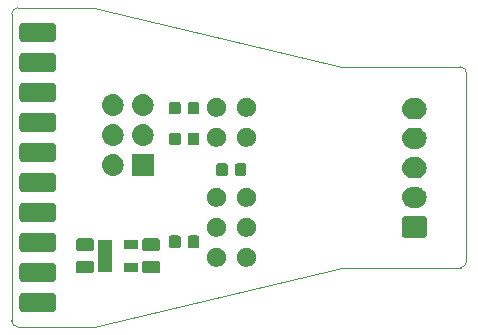
<source format=gbs>
G04 #@! TF.GenerationSoftware,KiCad,Pcbnew,5.1.4+dfsg1-1*
G04 #@! TF.CreationDate,2019-12-02T03:44:51+01:00*
G04 #@! TF.ProjectId,JlinkBreakout,4a6c696e-6b42-4726-9561-6b6f75742e6b,rev?*
G04 #@! TF.SameCoordinates,Original*
G04 #@! TF.FileFunction,Soldermask,Bot*
G04 #@! TF.FilePolarity,Negative*
%FSLAX46Y46*%
G04 Gerber Fmt 4.6, Leading zero omitted, Abs format (unit mm)*
G04 Created by KiCad (PCBNEW 5.1.4+dfsg1-1) date 2019-12-02 03:44:51*
%MOMM*%
%LPD*%
G04 APERTURE LIST*
%ADD10C,0.050000*%
%ADD11C,0.100000*%
G04 APERTURE END LIST*
D10*
X58500000Y-60000000D02*
G75*
G02X58000000Y-59500000I0J500000D01*
G01*
X58000000Y-33500000D02*
G75*
G02X58500000Y-33000000I500000J0D01*
G01*
X96000000Y-38000000D02*
G75*
G02X96500000Y-38500000I0J-500000D01*
G01*
X96500000Y-54500000D02*
G75*
G02X96000000Y-55000000I-500000J0D01*
G01*
X86000000Y-38000000D02*
X65000000Y-33000000D01*
X96000000Y-38000000D02*
X86000000Y-38000000D01*
X96500000Y-54500000D02*
X96500000Y-38500000D01*
X86000000Y-55000000D02*
X96000000Y-55000000D01*
X65000000Y-60000000D02*
X86000000Y-55000000D01*
X65000000Y-33000000D02*
X58500000Y-33000000D01*
X58500000Y-60000000D02*
X65000000Y-60000000D01*
X58000000Y-33500000D02*
X58000000Y-59500000D01*
D11*
G36*
X61473993Y-57124203D02*
G01*
X61538411Y-57143744D01*
X61597781Y-57175478D01*
X61649817Y-57218183D01*
X61692522Y-57270219D01*
X61724256Y-57329589D01*
X61743797Y-57394007D01*
X61751000Y-57467140D01*
X61751000Y-58392860D01*
X61743797Y-58465993D01*
X61724256Y-58530411D01*
X61692522Y-58589781D01*
X61649817Y-58641817D01*
X61597781Y-58684522D01*
X61538411Y-58716256D01*
X61473993Y-58735797D01*
X61400860Y-58743000D01*
X58999140Y-58743000D01*
X58926007Y-58735797D01*
X58861589Y-58716256D01*
X58802219Y-58684522D01*
X58750183Y-58641817D01*
X58707478Y-58589781D01*
X58675744Y-58530411D01*
X58656203Y-58465993D01*
X58649000Y-58392860D01*
X58649000Y-57467140D01*
X58656203Y-57394007D01*
X58675744Y-57329589D01*
X58707478Y-57270219D01*
X58750183Y-57218183D01*
X58802219Y-57175478D01*
X58861589Y-57143744D01*
X58926007Y-57124203D01*
X58999140Y-57117000D01*
X61400860Y-57117000D01*
X61473993Y-57124203D01*
X61473993Y-57124203D01*
G37*
G36*
X61473993Y-54584203D02*
G01*
X61538411Y-54603744D01*
X61597781Y-54635478D01*
X61649817Y-54678183D01*
X61692522Y-54730219D01*
X61724256Y-54789589D01*
X61743797Y-54854007D01*
X61751000Y-54927140D01*
X61751000Y-55852860D01*
X61743797Y-55925993D01*
X61724256Y-55990411D01*
X61692522Y-56049781D01*
X61649817Y-56101817D01*
X61597781Y-56144522D01*
X61538411Y-56176256D01*
X61473993Y-56195797D01*
X61400860Y-56203000D01*
X58999140Y-56203000D01*
X58926007Y-56195797D01*
X58861589Y-56176256D01*
X58802219Y-56144522D01*
X58750183Y-56101817D01*
X58707478Y-56049781D01*
X58675744Y-55990411D01*
X58656203Y-55925993D01*
X58649000Y-55852860D01*
X58649000Y-54927140D01*
X58656203Y-54854007D01*
X58675744Y-54789589D01*
X58707478Y-54730219D01*
X58750183Y-54678183D01*
X58802219Y-54635478D01*
X58861589Y-54603744D01*
X58926007Y-54584203D01*
X58999140Y-54577000D01*
X61400860Y-54577000D01*
X61473993Y-54584203D01*
X61473993Y-54584203D01*
G37*
G36*
X70384468Y-54403565D02*
G01*
X70423138Y-54415296D01*
X70458777Y-54434346D01*
X70490017Y-54459983D01*
X70515654Y-54491223D01*
X70534704Y-54526862D01*
X70546435Y-54565532D01*
X70551000Y-54611888D01*
X70551000Y-55263112D01*
X70546435Y-55309468D01*
X70534704Y-55348138D01*
X70515654Y-55383777D01*
X70490017Y-55415017D01*
X70458777Y-55440654D01*
X70423138Y-55459704D01*
X70384468Y-55471435D01*
X70338112Y-55476000D01*
X69261888Y-55476000D01*
X69215532Y-55471435D01*
X69176862Y-55459704D01*
X69141223Y-55440654D01*
X69109983Y-55415017D01*
X69084346Y-55383777D01*
X69065296Y-55348138D01*
X69053565Y-55309468D01*
X69049000Y-55263112D01*
X69049000Y-54611888D01*
X69053565Y-54565532D01*
X69065296Y-54526862D01*
X69084346Y-54491223D01*
X69109983Y-54459983D01*
X69141223Y-54434346D01*
X69176862Y-54415296D01*
X69215532Y-54403565D01*
X69261888Y-54399000D01*
X70338112Y-54399000D01*
X70384468Y-54403565D01*
X70384468Y-54403565D01*
G37*
G36*
X64784468Y-54403565D02*
G01*
X64823138Y-54415296D01*
X64858777Y-54434346D01*
X64890017Y-54459983D01*
X64915654Y-54491223D01*
X64934704Y-54526862D01*
X64946435Y-54565532D01*
X64951000Y-54611888D01*
X64951000Y-55263112D01*
X64946435Y-55309468D01*
X64934704Y-55348138D01*
X64915654Y-55383777D01*
X64890017Y-55415017D01*
X64858777Y-55440654D01*
X64823138Y-55459704D01*
X64784468Y-55471435D01*
X64738112Y-55476000D01*
X63661888Y-55476000D01*
X63615532Y-55471435D01*
X63576862Y-55459704D01*
X63541223Y-55440654D01*
X63509983Y-55415017D01*
X63484346Y-55383777D01*
X63465296Y-55348138D01*
X63453565Y-55309468D01*
X63449000Y-55263112D01*
X63449000Y-54611888D01*
X63453565Y-54565532D01*
X63465296Y-54526862D01*
X63484346Y-54491223D01*
X63509983Y-54459983D01*
X63541223Y-54434346D01*
X63576862Y-54415296D01*
X63615532Y-54403565D01*
X63661888Y-54399000D01*
X64738112Y-54399000D01*
X64784468Y-54403565D01*
X64784468Y-54403565D01*
G37*
G36*
X66481000Y-55326000D02*
G01*
X65319000Y-55326000D01*
X65319000Y-52674000D01*
X66481000Y-52674000D01*
X66481000Y-55326000D01*
X66481000Y-55326000D01*
G37*
G36*
X68681000Y-55326000D02*
G01*
X67519000Y-55326000D01*
X67519000Y-54574000D01*
X68681000Y-54574000D01*
X68681000Y-55326000D01*
X68681000Y-55326000D01*
G37*
G36*
X78107142Y-53338242D02*
G01*
X78255101Y-53399529D01*
X78388255Y-53488499D01*
X78501501Y-53601745D01*
X78590471Y-53734899D01*
X78651758Y-53882858D01*
X78683000Y-54039925D01*
X78683000Y-54200075D01*
X78651758Y-54357142D01*
X78590471Y-54505101D01*
X78501501Y-54638255D01*
X78388255Y-54751501D01*
X78255101Y-54840471D01*
X78107142Y-54901758D01*
X77950075Y-54933000D01*
X77789925Y-54933000D01*
X77632858Y-54901758D01*
X77484899Y-54840471D01*
X77351745Y-54751501D01*
X77238499Y-54638255D01*
X77149529Y-54505101D01*
X77088242Y-54357142D01*
X77057000Y-54200075D01*
X77057000Y-54039925D01*
X77088242Y-53882858D01*
X77149529Y-53734899D01*
X77238499Y-53601745D01*
X77351745Y-53488499D01*
X77484899Y-53399529D01*
X77632858Y-53338242D01*
X77789925Y-53307000D01*
X77950075Y-53307000D01*
X78107142Y-53338242D01*
X78107142Y-53338242D01*
G37*
G36*
X75567142Y-53338242D02*
G01*
X75715101Y-53399529D01*
X75848255Y-53488499D01*
X75961501Y-53601745D01*
X76050471Y-53734899D01*
X76111758Y-53882858D01*
X76143000Y-54039925D01*
X76143000Y-54200075D01*
X76111758Y-54357142D01*
X76050471Y-54505101D01*
X75961501Y-54638255D01*
X75848255Y-54751501D01*
X75715101Y-54840471D01*
X75567142Y-54901758D01*
X75410075Y-54933000D01*
X75249925Y-54933000D01*
X75092858Y-54901758D01*
X74944899Y-54840471D01*
X74811745Y-54751501D01*
X74698499Y-54638255D01*
X74609529Y-54505101D01*
X74548242Y-54357142D01*
X74517000Y-54200075D01*
X74517000Y-54039925D01*
X74548242Y-53882858D01*
X74609529Y-53734899D01*
X74698499Y-53601745D01*
X74811745Y-53488499D01*
X74944899Y-53399529D01*
X75092858Y-53338242D01*
X75249925Y-53307000D01*
X75410075Y-53307000D01*
X75567142Y-53338242D01*
X75567142Y-53338242D01*
G37*
G36*
X61473993Y-52044203D02*
G01*
X61538411Y-52063744D01*
X61597781Y-52095478D01*
X61649817Y-52138183D01*
X61692522Y-52190219D01*
X61724256Y-52249589D01*
X61743797Y-52314007D01*
X61751000Y-52387140D01*
X61751000Y-53312860D01*
X61743797Y-53385993D01*
X61724256Y-53450411D01*
X61692522Y-53509781D01*
X61649817Y-53561817D01*
X61597781Y-53604522D01*
X61538411Y-53636256D01*
X61473993Y-53655797D01*
X61400860Y-53663000D01*
X58999140Y-53663000D01*
X58926007Y-53655797D01*
X58861589Y-53636256D01*
X58802219Y-53604522D01*
X58750183Y-53561817D01*
X58707478Y-53509781D01*
X58675744Y-53450411D01*
X58656203Y-53385993D01*
X58649000Y-53312860D01*
X58649000Y-52387140D01*
X58656203Y-52314007D01*
X58675744Y-52249589D01*
X58707478Y-52190219D01*
X58750183Y-52138183D01*
X58802219Y-52095478D01*
X58861589Y-52063744D01*
X58926007Y-52044203D01*
X58999140Y-52037000D01*
X61400860Y-52037000D01*
X61473993Y-52044203D01*
X61473993Y-52044203D01*
G37*
G36*
X64784468Y-52528565D02*
G01*
X64823138Y-52540296D01*
X64858777Y-52559346D01*
X64890017Y-52584983D01*
X64915654Y-52616223D01*
X64934704Y-52651862D01*
X64946435Y-52690532D01*
X64951000Y-52736888D01*
X64951000Y-53388112D01*
X64946435Y-53434468D01*
X64934704Y-53473138D01*
X64915654Y-53508777D01*
X64890017Y-53540017D01*
X64858777Y-53565654D01*
X64823138Y-53584704D01*
X64784468Y-53596435D01*
X64738112Y-53601000D01*
X63661888Y-53601000D01*
X63615532Y-53596435D01*
X63576862Y-53584704D01*
X63541223Y-53565654D01*
X63509983Y-53540017D01*
X63484346Y-53508777D01*
X63465296Y-53473138D01*
X63453565Y-53434468D01*
X63449000Y-53388112D01*
X63449000Y-52736888D01*
X63453565Y-52690532D01*
X63465296Y-52651862D01*
X63484346Y-52616223D01*
X63509983Y-52584983D01*
X63541223Y-52559346D01*
X63576862Y-52540296D01*
X63615532Y-52528565D01*
X63661888Y-52524000D01*
X64738112Y-52524000D01*
X64784468Y-52528565D01*
X64784468Y-52528565D01*
G37*
G36*
X70384468Y-52528565D02*
G01*
X70423138Y-52540296D01*
X70458777Y-52559346D01*
X70490017Y-52584983D01*
X70515654Y-52616223D01*
X70534704Y-52651862D01*
X70546435Y-52690532D01*
X70551000Y-52736888D01*
X70551000Y-53388112D01*
X70546435Y-53434468D01*
X70534704Y-53473138D01*
X70515654Y-53508777D01*
X70490017Y-53540017D01*
X70458777Y-53565654D01*
X70423138Y-53584704D01*
X70384468Y-53596435D01*
X70338112Y-53601000D01*
X69261888Y-53601000D01*
X69215532Y-53596435D01*
X69176862Y-53584704D01*
X69141223Y-53565654D01*
X69109983Y-53540017D01*
X69084346Y-53508777D01*
X69065296Y-53473138D01*
X69053565Y-53434468D01*
X69049000Y-53388112D01*
X69049000Y-52736888D01*
X69053565Y-52690532D01*
X69065296Y-52651862D01*
X69084346Y-52616223D01*
X69109983Y-52584983D01*
X69141223Y-52559346D01*
X69176862Y-52540296D01*
X69215532Y-52528565D01*
X69261888Y-52524000D01*
X70338112Y-52524000D01*
X70384468Y-52528565D01*
X70384468Y-52528565D01*
G37*
G36*
X68681000Y-53426000D02*
G01*
X67519000Y-53426000D01*
X67519000Y-52674000D01*
X68681000Y-52674000D01*
X68681000Y-53426000D01*
X68681000Y-53426000D01*
G37*
G36*
X72154591Y-52278085D02*
G01*
X72188569Y-52288393D01*
X72219890Y-52305134D01*
X72247339Y-52327661D01*
X72269866Y-52355110D01*
X72286607Y-52386431D01*
X72296915Y-52420409D01*
X72301000Y-52461890D01*
X72301000Y-53138110D01*
X72296915Y-53179591D01*
X72286607Y-53213569D01*
X72269866Y-53244890D01*
X72247339Y-53272339D01*
X72219890Y-53294866D01*
X72188569Y-53311607D01*
X72154591Y-53321915D01*
X72113110Y-53326000D01*
X71511890Y-53326000D01*
X71470409Y-53321915D01*
X71436431Y-53311607D01*
X71405110Y-53294866D01*
X71377661Y-53272339D01*
X71355134Y-53244890D01*
X71338393Y-53213569D01*
X71328085Y-53179591D01*
X71324000Y-53138110D01*
X71324000Y-52461890D01*
X71328085Y-52420409D01*
X71338393Y-52386431D01*
X71355134Y-52355110D01*
X71377661Y-52327661D01*
X71405110Y-52305134D01*
X71436431Y-52288393D01*
X71470409Y-52278085D01*
X71511890Y-52274000D01*
X72113110Y-52274000D01*
X72154591Y-52278085D01*
X72154591Y-52278085D01*
G37*
G36*
X73729591Y-52278085D02*
G01*
X73763569Y-52288393D01*
X73794890Y-52305134D01*
X73822339Y-52327661D01*
X73844866Y-52355110D01*
X73861607Y-52386431D01*
X73871915Y-52420409D01*
X73876000Y-52461890D01*
X73876000Y-53138110D01*
X73871915Y-53179591D01*
X73861607Y-53213569D01*
X73844866Y-53244890D01*
X73822339Y-53272339D01*
X73794890Y-53294866D01*
X73763569Y-53311607D01*
X73729591Y-53321915D01*
X73688110Y-53326000D01*
X73086890Y-53326000D01*
X73045409Y-53321915D01*
X73011431Y-53311607D01*
X72980110Y-53294866D01*
X72952661Y-53272339D01*
X72930134Y-53244890D01*
X72913393Y-53213569D01*
X72903085Y-53179591D01*
X72899000Y-53138110D01*
X72899000Y-52461890D01*
X72903085Y-52420409D01*
X72913393Y-52386431D01*
X72930134Y-52355110D01*
X72952661Y-52327661D01*
X72980110Y-52305134D01*
X73011431Y-52288393D01*
X73045409Y-52278085D01*
X73086890Y-52274000D01*
X73688110Y-52274000D01*
X73729591Y-52278085D01*
X73729591Y-52278085D01*
G37*
G36*
X92983600Y-50652989D02*
G01*
X93016652Y-50663015D01*
X93047103Y-50679292D01*
X93073799Y-50701201D01*
X93095708Y-50727897D01*
X93111985Y-50758348D01*
X93122011Y-50791400D01*
X93126000Y-50831903D01*
X93126000Y-52268097D01*
X93122011Y-52308600D01*
X93111985Y-52341652D01*
X93095708Y-52372103D01*
X93073799Y-52398799D01*
X93047103Y-52420708D01*
X93016652Y-52436985D01*
X92983600Y-52447011D01*
X92943097Y-52451000D01*
X91256903Y-52451000D01*
X91216400Y-52447011D01*
X91183348Y-52436985D01*
X91152897Y-52420708D01*
X91126201Y-52398799D01*
X91104292Y-52372103D01*
X91088015Y-52341652D01*
X91077989Y-52308600D01*
X91074000Y-52268097D01*
X91074000Y-50831903D01*
X91077989Y-50791400D01*
X91088015Y-50758348D01*
X91104292Y-50727897D01*
X91126201Y-50701201D01*
X91152897Y-50679292D01*
X91183348Y-50663015D01*
X91216400Y-50652989D01*
X91256903Y-50649000D01*
X92943097Y-50649000D01*
X92983600Y-50652989D01*
X92983600Y-50652989D01*
G37*
G36*
X78107142Y-50798242D02*
G01*
X78255101Y-50859529D01*
X78388255Y-50948499D01*
X78501501Y-51061745D01*
X78590471Y-51194899D01*
X78651758Y-51342858D01*
X78683000Y-51499925D01*
X78683000Y-51660075D01*
X78651758Y-51817142D01*
X78590471Y-51965101D01*
X78501501Y-52098255D01*
X78388255Y-52211501D01*
X78255101Y-52300471D01*
X78107142Y-52361758D01*
X77950075Y-52393000D01*
X77789925Y-52393000D01*
X77632858Y-52361758D01*
X77484899Y-52300471D01*
X77351745Y-52211501D01*
X77238499Y-52098255D01*
X77149529Y-51965101D01*
X77088242Y-51817142D01*
X77057000Y-51660075D01*
X77057000Y-51499925D01*
X77088242Y-51342858D01*
X77149529Y-51194899D01*
X77238499Y-51061745D01*
X77351745Y-50948499D01*
X77484899Y-50859529D01*
X77632858Y-50798242D01*
X77789925Y-50767000D01*
X77950075Y-50767000D01*
X78107142Y-50798242D01*
X78107142Y-50798242D01*
G37*
G36*
X75567142Y-50798242D02*
G01*
X75715101Y-50859529D01*
X75848255Y-50948499D01*
X75961501Y-51061745D01*
X76050471Y-51194899D01*
X76111758Y-51342858D01*
X76143000Y-51499925D01*
X76143000Y-51660075D01*
X76111758Y-51817142D01*
X76050471Y-51965101D01*
X75961501Y-52098255D01*
X75848255Y-52211501D01*
X75715101Y-52300471D01*
X75567142Y-52361758D01*
X75410075Y-52393000D01*
X75249925Y-52393000D01*
X75092858Y-52361758D01*
X74944899Y-52300471D01*
X74811745Y-52211501D01*
X74698499Y-52098255D01*
X74609529Y-51965101D01*
X74548242Y-51817142D01*
X74517000Y-51660075D01*
X74517000Y-51499925D01*
X74548242Y-51342858D01*
X74609529Y-51194899D01*
X74698499Y-51061745D01*
X74811745Y-50948499D01*
X74944899Y-50859529D01*
X75092858Y-50798242D01*
X75249925Y-50767000D01*
X75410075Y-50767000D01*
X75567142Y-50798242D01*
X75567142Y-50798242D01*
G37*
G36*
X61473993Y-49504203D02*
G01*
X61538411Y-49523744D01*
X61597781Y-49555478D01*
X61649817Y-49598183D01*
X61692522Y-49650219D01*
X61724256Y-49709589D01*
X61743797Y-49774007D01*
X61751000Y-49847140D01*
X61751000Y-50772860D01*
X61743797Y-50845993D01*
X61724256Y-50910411D01*
X61692522Y-50969781D01*
X61649817Y-51021817D01*
X61597781Y-51064522D01*
X61538411Y-51096256D01*
X61473993Y-51115797D01*
X61400860Y-51123000D01*
X58999140Y-51123000D01*
X58926007Y-51115797D01*
X58861589Y-51096256D01*
X58802219Y-51064522D01*
X58750183Y-51021817D01*
X58707478Y-50969781D01*
X58675744Y-50910411D01*
X58656203Y-50845993D01*
X58649000Y-50772860D01*
X58649000Y-49847140D01*
X58656203Y-49774007D01*
X58675744Y-49709589D01*
X58707478Y-49650219D01*
X58750183Y-49598183D01*
X58802219Y-49555478D01*
X58861589Y-49523744D01*
X58926007Y-49504203D01*
X58999140Y-49497000D01*
X61400860Y-49497000D01*
X61473993Y-49504203D01*
X61473993Y-49504203D01*
G37*
G36*
X92335442Y-48155518D02*
G01*
X92401627Y-48162037D01*
X92571466Y-48213557D01*
X92727991Y-48297222D01*
X92738678Y-48305993D01*
X92865186Y-48409814D01*
X92924276Y-48481817D01*
X92977778Y-48547009D01*
X93061443Y-48703534D01*
X93112963Y-48873373D01*
X93130359Y-49050000D01*
X93112963Y-49226627D01*
X93061443Y-49396466D01*
X92977778Y-49552991D01*
X92973456Y-49558257D01*
X92865186Y-49690186D01*
X92779542Y-49760471D01*
X92727991Y-49802778D01*
X92571466Y-49886443D01*
X92401627Y-49937963D01*
X92335443Y-49944481D01*
X92269260Y-49951000D01*
X91930740Y-49951000D01*
X91864558Y-49944482D01*
X91798373Y-49937963D01*
X91628534Y-49886443D01*
X91472009Y-49802778D01*
X91420458Y-49760471D01*
X91334814Y-49690186D01*
X91226544Y-49558257D01*
X91222222Y-49552991D01*
X91138557Y-49396466D01*
X91087037Y-49226627D01*
X91069641Y-49050000D01*
X91087037Y-48873373D01*
X91138557Y-48703534D01*
X91222222Y-48547009D01*
X91275724Y-48481817D01*
X91334814Y-48409814D01*
X91461322Y-48305993D01*
X91472009Y-48297222D01*
X91628534Y-48213557D01*
X91798373Y-48162037D01*
X91864558Y-48155518D01*
X91930740Y-48149000D01*
X92269260Y-48149000D01*
X92335442Y-48155518D01*
X92335442Y-48155518D01*
G37*
G36*
X78107142Y-48258242D02*
G01*
X78255101Y-48319529D01*
X78388255Y-48408499D01*
X78501501Y-48521745D01*
X78590471Y-48654899D01*
X78651758Y-48802858D01*
X78683000Y-48959925D01*
X78683000Y-49120075D01*
X78651758Y-49277142D01*
X78590471Y-49425101D01*
X78501501Y-49558255D01*
X78388255Y-49671501D01*
X78255101Y-49760471D01*
X78107142Y-49821758D01*
X77950075Y-49853000D01*
X77789925Y-49853000D01*
X77632858Y-49821758D01*
X77484899Y-49760471D01*
X77351745Y-49671501D01*
X77238499Y-49558255D01*
X77149529Y-49425101D01*
X77088242Y-49277142D01*
X77057000Y-49120075D01*
X77057000Y-48959925D01*
X77088242Y-48802858D01*
X77149529Y-48654899D01*
X77238499Y-48521745D01*
X77351745Y-48408499D01*
X77484899Y-48319529D01*
X77632858Y-48258242D01*
X77789925Y-48227000D01*
X77950075Y-48227000D01*
X78107142Y-48258242D01*
X78107142Y-48258242D01*
G37*
G36*
X75567142Y-48258242D02*
G01*
X75715101Y-48319529D01*
X75848255Y-48408499D01*
X75961501Y-48521745D01*
X76050471Y-48654899D01*
X76111758Y-48802858D01*
X76143000Y-48959925D01*
X76143000Y-49120075D01*
X76111758Y-49277142D01*
X76050471Y-49425101D01*
X75961501Y-49558255D01*
X75848255Y-49671501D01*
X75715101Y-49760471D01*
X75567142Y-49821758D01*
X75410075Y-49853000D01*
X75249925Y-49853000D01*
X75092858Y-49821758D01*
X74944899Y-49760471D01*
X74811745Y-49671501D01*
X74698499Y-49558255D01*
X74609529Y-49425101D01*
X74548242Y-49277142D01*
X74517000Y-49120075D01*
X74517000Y-48959925D01*
X74548242Y-48802858D01*
X74609529Y-48654899D01*
X74698499Y-48521745D01*
X74811745Y-48408499D01*
X74944899Y-48319529D01*
X75092858Y-48258242D01*
X75249925Y-48227000D01*
X75410075Y-48227000D01*
X75567142Y-48258242D01*
X75567142Y-48258242D01*
G37*
G36*
X61473993Y-46964203D02*
G01*
X61538411Y-46983744D01*
X61597781Y-47015478D01*
X61649817Y-47058183D01*
X61692522Y-47110219D01*
X61724256Y-47169589D01*
X61743797Y-47234007D01*
X61751000Y-47307140D01*
X61751000Y-48232860D01*
X61743797Y-48305993D01*
X61724256Y-48370411D01*
X61692522Y-48429781D01*
X61649817Y-48481817D01*
X61597781Y-48524522D01*
X61538411Y-48556256D01*
X61473993Y-48575797D01*
X61400860Y-48583000D01*
X58999140Y-48583000D01*
X58926007Y-48575797D01*
X58861589Y-48556256D01*
X58802219Y-48524522D01*
X58750183Y-48481817D01*
X58707478Y-48429781D01*
X58675744Y-48370411D01*
X58656203Y-48305993D01*
X58649000Y-48232860D01*
X58649000Y-47307140D01*
X58656203Y-47234007D01*
X58675744Y-47169589D01*
X58707478Y-47110219D01*
X58750183Y-47058183D01*
X58802219Y-47015478D01*
X58861589Y-46983744D01*
X58926007Y-46964203D01*
X58999140Y-46957000D01*
X61400860Y-46957000D01*
X61473993Y-46964203D01*
X61473993Y-46964203D01*
G37*
G36*
X92335442Y-45655518D02*
G01*
X92401627Y-45662037D01*
X92571466Y-45713557D01*
X92727991Y-45797222D01*
X92763729Y-45826552D01*
X92865186Y-45909814D01*
X92926496Y-45984522D01*
X92977778Y-46047009D01*
X93061443Y-46203534D01*
X93112963Y-46373373D01*
X93130359Y-46550000D01*
X93112963Y-46726627D01*
X93061443Y-46896466D01*
X92977778Y-47052991D01*
X92959535Y-47075220D01*
X92865186Y-47190186D01*
X92763729Y-47273448D01*
X92727991Y-47302778D01*
X92571466Y-47386443D01*
X92401627Y-47437963D01*
X92335442Y-47444482D01*
X92269260Y-47451000D01*
X91930740Y-47451000D01*
X91864558Y-47444482D01*
X91798373Y-47437963D01*
X91628534Y-47386443D01*
X91472009Y-47302778D01*
X91436271Y-47273448D01*
X91334814Y-47190186D01*
X91240465Y-47075220D01*
X91222222Y-47052991D01*
X91138557Y-46896466D01*
X91087037Y-46726627D01*
X91069641Y-46550000D01*
X91087037Y-46373373D01*
X91138557Y-46203534D01*
X91222222Y-46047009D01*
X91273504Y-45984522D01*
X91334814Y-45909814D01*
X91436271Y-45826552D01*
X91472009Y-45797222D01*
X91628534Y-45713557D01*
X91798373Y-45662037D01*
X91864558Y-45655518D01*
X91930740Y-45649000D01*
X92269260Y-45649000D01*
X92335442Y-45655518D01*
X92335442Y-45655518D01*
G37*
G36*
X76154591Y-46178085D02*
G01*
X76188569Y-46188393D01*
X76219890Y-46205134D01*
X76247339Y-46227661D01*
X76269866Y-46255110D01*
X76286607Y-46286431D01*
X76296915Y-46320409D01*
X76301000Y-46361890D01*
X76301000Y-47038110D01*
X76296915Y-47079591D01*
X76286607Y-47113569D01*
X76269866Y-47144890D01*
X76247339Y-47172339D01*
X76219890Y-47194866D01*
X76188569Y-47211607D01*
X76154591Y-47221915D01*
X76113110Y-47226000D01*
X75511890Y-47226000D01*
X75470409Y-47221915D01*
X75436431Y-47211607D01*
X75405110Y-47194866D01*
X75377661Y-47172339D01*
X75355134Y-47144890D01*
X75338393Y-47113569D01*
X75328085Y-47079591D01*
X75324000Y-47038110D01*
X75324000Y-46361890D01*
X75328085Y-46320409D01*
X75338393Y-46286431D01*
X75355134Y-46255110D01*
X75377661Y-46227661D01*
X75405110Y-46205134D01*
X75436431Y-46188393D01*
X75470409Y-46178085D01*
X75511890Y-46174000D01*
X76113110Y-46174000D01*
X76154591Y-46178085D01*
X76154591Y-46178085D01*
G37*
G36*
X77729591Y-46178085D02*
G01*
X77763569Y-46188393D01*
X77794890Y-46205134D01*
X77822339Y-46227661D01*
X77844866Y-46255110D01*
X77861607Y-46286431D01*
X77871915Y-46320409D01*
X77876000Y-46361890D01*
X77876000Y-47038110D01*
X77871915Y-47079591D01*
X77861607Y-47113569D01*
X77844866Y-47144890D01*
X77822339Y-47172339D01*
X77794890Y-47194866D01*
X77763569Y-47211607D01*
X77729591Y-47221915D01*
X77688110Y-47226000D01*
X77086890Y-47226000D01*
X77045409Y-47221915D01*
X77011431Y-47211607D01*
X76980110Y-47194866D01*
X76952661Y-47172339D01*
X76930134Y-47144890D01*
X76913393Y-47113569D01*
X76903085Y-47079591D01*
X76899000Y-47038110D01*
X76899000Y-46361890D01*
X76903085Y-46320409D01*
X76913393Y-46286431D01*
X76930134Y-46255110D01*
X76952661Y-46227661D01*
X76980110Y-46205134D01*
X77011431Y-46188393D01*
X77045409Y-46178085D01*
X77086890Y-46174000D01*
X77688110Y-46174000D01*
X77729591Y-46178085D01*
X77729591Y-46178085D01*
G37*
G36*
X66739294Y-45398633D02*
G01*
X66911695Y-45450931D01*
X67070583Y-45535858D01*
X67209849Y-45650151D01*
X67324142Y-45789417D01*
X67409069Y-45948305D01*
X67461367Y-46120706D01*
X67479025Y-46300000D01*
X67461367Y-46479294D01*
X67409069Y-46651695D01*
X67324142Y-46810583D01*
X67209849Y-46949849D01*
X67070583Y-47064142D01*
X66911695Y-47149069D01*
X66739294Y-47201367D01*
X66604931Y-47214600D01*
X66515069Y-47214600D01*
X66380706Y-47201367D01*
X66208305Y-47149069D01*
X66049417Y-47064142D01*
X65910151Y-46949849D01*
X65795858Y-46810583D01*
X65710931Y-46651695D01*
X65658633Y-46479294D01*
X65640975Y-46300000D01*
X65658633Y-46120706D01*
X65710931Y-45948305D01*
X65795858Y-45789417D01*
X65910151Y-45650151D01*
X66049417Y-45535858D01*
X66208305Y-45450931D01*
X66380706Y-45398633D01*
X66515069Y-45385400D01*
X66604931Y-45385400D01*
X66739294Y-45398633D01*
X66739294Y-45398633D01*
G37*
G36*
X70014600Y-47214600D02*
G01*
X68185400Y-47214600D01*
X68185400Y-45385400D01*
X70014600Y-45385400D01*
X70014600Y-47214600D01*
X70014600Y-47214600D01*
G37*
G36*
X61473993Y-44424203D02*
G01*
X61538411Y-44443744D01*
X61597781Y-44475478D01*
X61649817Y-44518183D01*
X61692522Y-44570219D01*
X61724256Y-44629589D01*
X61743797Y-44694007D01*
X61751000Y-44767140D01*
X61751000Y-45692860D01*
X61743797Y-45765993D01*
X61724256Y-45830411D01*
X61692522Y-45889781D01*
X61649817Y-45941817D01*
X61597781Y-45984522D01*
X61538411Y-46016256D01*
X61473993Y-46035797D01*
X61400860Y-46043000D01*
X58999140Y-46043000D01*
X58926007Y-46035797D01*
X58861589Y-46016256D01*
X58802219Y-45984522D01*
X58750183Y-45941817D01*
X58707478Y-45889781D01*
X58675744Y-45830411D01*
X58656203Y-45765993D01*
X58649000Y-45692860D01*
X58649000Y-44767140D01*
X58656203Y-44694007D01*
X58675744Y-44629589D01*
X58707478Y-44570219D01*
X58750183Y-44518183D01*
X58802219Y-44475478D01*
X58861589Y-44443744D01*
X58926007Y-44424203D01*
X58999140Y-44417000D01*
X61400860Y-44417000D01*
X61473993Y-44424203D01*
X61473993Y-44424203D01*
G37*
G36*
X92335443Y-43155519D02*
G01*
X92401627Y-43162037D01*
X92571466Y-43213557D01*
X92727991Y-43297222D01*
X92758596Y-43322339D01*
X92865186Y-43409814D01*
X92948448Y-43511271D01*
X92977778Y-43547009D01*
X93061443Y-43703534D01*
X93112963Y-43873373D01*
X93130359Y-44050000D01*
X93112963Y-44226627D01*
X93061443Y-44396466D01*
X92977778Y-44552991D01*
X92963639Y-44570219D01*
X92865186Y-44690186D01*
X92771416Y-44767140D01*
X92727991Y-44802778D01*
X92571466Y-44886443D01*
X92401627Y-44937963D01*
X92335442Y-44944482D01*
X92269260Y-44951000D01*
X91930740Y-44951000D01*
X91864558Y-44944482D01*
X91798373Y-44937963D01*
X91628534Y-44886443D01*
X91472009Y-44802778D01*
X91428584Y-44767140D01*
X91334814Y-44690186D01*
X91236361Y-44570219D01*
X91222222Y-44552991D01*
X91138557Y-44396466D01*
X91087037Y-44226627D01*
X91069641Y-44050000D01*
X91087037Y-43873373D01*
X91138557Y-43703534D01*
X91222222Y-43547009D01*
X91251552Y-43511271D01*
X91334814Y-43409814D01*
X91441404Y-43322339D01*
X91472009Y-43297222D01*
X91628534Y-43213557D01*
X91798373Y-43162037D01*
X91864557Y-43155519D01*
X91930740Y-43149000D01*
X92269260Y-43149000D01*
X92335443Y-43155519D01*
X92335443Y-43155519D01*
G37*
G36*
X75567142Y-43178242D02*
G01*
X75715101Y-43239529D01*
X75848255Y-43328499D01*
X75961501Y-43441745D01*
X76050471Y-43574899D01*
X76111758Y-43722858D01*
X76143000Y-43879925D01*
X76143000Y-44040075D01*
X76111758Y-44197142D01*
X76050471Y-44345101D01*
X75961501Y-44478255D01*
X75848255Y-44591501D01*
X75715101Y-44680471D01*
X75567142Y-44741758D01*
X75410075Y-44773000D01*
X75249925Y-44773000D01*
X75092858Y-44741758D01*
X74944899Y-44680471D01*
X74811745Y-44591501D01*
X74698499Y-44478255D01*
X74609529Y-44345101D01*
X74548242Y-44197142D01*
X74517000Y-44040075D01*
X74517000Y-43879925D01*
X74548242Y-43722858D01*
X74609529Y-43574899D01*
X74698499Y-43441745D01*
X74811745Y-43328499D01*
X74944899Y-43239529D01*
X75092858Y-43178242D01*
X75249925Y-43147000D01*
X75410075Y-43147000D01*
X75567142Y-43178242D01*
X75567142Y-43178242D01*
G37*
G36*
X78107142Y-43178242D02*
G01*
X78255101Y-43239529D01*
X78388255Y-43328499D01*
X78501501Y-43441745D01*
X78590471Y-43574899D01*
X78651758Y-43722858D01*
X78683000Y-43879925D01*
X78683000Y-44040075D01*
X78651758Y-44197142D01*
X78590471Y-44345101D01*
X78501501Y-44478255D01*
X78388255Y-44591501D01*
X78255101Y-44680471D01*
X78107142Y-44741758D01*
X77950075Y-44773000D01*
X77789925Y-44773000D01*
X77632858Y-44741758D01*
X77484899Y-44680471D01*
X77351745Y-44591501D01*
X77238499Y-44478255D01*
X77149529Y-44345101D01*
X77088242Y-44197142D01*
X77057000Y-44040075D01*
X77057000Y-43879925D01*
X77088242Y-43722858D01*
X77149529Y-43574899D01*
X77238499Y-43441745D01*
X77351745Y-43328499D01*
X77484899Y-43239529D01*
X77632858Y-43178242D01*
X77789925Y-43147000D01*
X77950075Y-43147000D01*
X78107142Y-43178242D01*
X78107142Y-43178242D01*
G37*
G36*
X69279294Y-42858633D02*
G01*
X69451695Y-42910931D01*
X69610583Y-42995858D01*
X69749849Y-43110151D01*
X69864142Y-43249417D01*
X69949069Y-43408305D01*
X70001367Y-43580706D01*
X70019025Y-43760000D01*
X70001367Y-43939294D01*
X69949069Y-44111695D01*
X69864142Y-44270583D01*
X69749849Y-44409849D01*
X69610583Y-44524142D01*
X69451695Y-44609069D01*
X69279294Y-44661367D01*
X69144931Y-44674600D01*
X69055069Y-44674600D01*
X68920706Y-44661367D01*
X68748305Y-44609069D01*
X68589417Y-44524142D01*
X68450151Y-44409849D01*
X68335858Y-44270583D01*
X68250931Y-44111695D01*
X68198633Y-43939294D01*
X68180975Y-43760000D01*
X68198633Y-43580706D01*
X68250931Y-43408305D01*
X68335858Y-43249417D01*
X68450151Y-43110151D01*
X68589417Y-42995858D01*
X68748305Y-42910931D01*
X68920706Y-42858633D01*
X69055069Y-42845400D01*
X69144931Y-42845400D01*
X69279294Y-42858633D01*
X69279294Y-42858633D01*
G37*
G36*
X66739294Y-42858633D02*
G01*
X66911695Y-42910931D01*
X67070583Y-42995858D01*
X67209849Y-43110151D01*
X67324142Y-43249417D01*
X67409069Y-43408305D01*
X67461367Y-43580706D01*
X67479025Y-43760000D01*
X67461367Y-43939294D01*
X67409069Y-44111695D01*
X67324142Y-44270583D01*
X67209849Y-44409849D01*
X67070583Y-44524142D01*
X66911695Y-44609069D01*
X66739294Y-44661367D01*
X66604931Y-44674600D01*
X66515069Y-44674600D01*
X66380706Y-44661367D01*
X66208305Y-44609069D01*
X66049417Y-44524142D01*
X65910151Y-44409849D01*
X65795858Y-44270583D01*
X65710931Y-44111695D01*
X65658633Y-43939294D01*
X65640975Y-43760000D01*
X65658633Y-43580706D01*
X65710931Y-43408305D01*
X65795858Y-43249417D01*
X65910151Y-43110151D01*
X66049417Y-42995858D01*
X66208305Y-42910931D01*
X66380706Y-42858633D01*
X66515069Y-42845400D01*
X66604931Y-42845400D01*
X66739294Y-42858633D01*
X66739294Y-42858633D01*
G37*
G36*
X73729591Y-43578085D02*
G01*
X73763569Y-43588393D01*
X73794890Y-43605134D01*
X73822339Y-43627661D01*
X73844866Y-43655110D01*
X73861607Y-43686431D01*
X73871915Y-43720409D01*
X73876000Y-43761890D01*
X73876000Y-44438110D01*
X73871915Y-44479591D01*
X73861607Y-44513569D01*
X73844866Y-44544890D01*
X73822339Y-44572339D01*
X73794890Y-44594866D01*
X73763569Y-44611607D01*
X73729591Y-44621915D01*
X73688110Y-44626000D01*
X73086890Y-44626000D01*
X73045409Y-44621915D01*
X73011431Y-44611607D01*
X72980110Y-44594866D01*
X72952661Y-44572339D01*
X72930134Y-44544890D01*
X72913393Y-44513569D01*
X72903085Y-44479591D01*
X72899000Y-44438110D01*
X72899000Y-43761890D01*
X72903085Y-43720409D01*
X72913393Y-43686431D01*
X72930134Y-43655110D01*
X72952661Y-43627661D01*
X72980110Y-43605134D01*
X73011431Y-43588393D01*
X73045409Y-43578085D01*
X73086890Y-43574000D01*
X73688110Y-43574000D01*
X73729591Y-43578085D01*
X73729591Y-43578085D01*
G37*
G36*
X72154591Y-43578085D02*
G01*
X72188569Y-43588393D01*
X72219890Y-43605134D01*
X72247339Y-43627661D01*
X72269866Y-43655110D01*
X72286607Y-43686431D01*
X72296915Y-43720409D01*
X72301000Y-43761890D01*
X72301000Y-44438110D01*
X72296915Y-44479591D01*
X72286607Y-44513569D01*
X72269866Y-44544890D01*
X72247339Y-44572339D01*
X72219890Y-44594866D01*
X72188569Y-44611607D01*
X72154591Y-44621915D01*
X72113110Y-44626000D01*
X71511890Y-44626000D01*
X71470409Y-44621915D01*
X71436431Y-44611607D01*
X71405110Y-44594866D01*
X71377661Y-44572339D01*
X71355134Y-44544890D01*
X71338393Y-44513569D01*
X71328085Y-44479591D01*
X71324000Y-44438110D01*
X71324000Y-43761890D01*
X71328085Y-43720409D01*
X71338393Y-43686431D01*
X71355134Y-43655110D01*
X71377661Y-43627661D01*
X71405110Y-43605134D01*
X71436431Y-43588393D01*
X71470409Y-43578085D01*
X71511890Y-43574000D01*
X72113110Y-43574000D01*
X72154591Y-43578085D01*
X72154591Y-43578085D01*
G37*
G36*
X61473993Y-41884203D02*
G01*
X61538411Y-41903744D01*
X61597781Y-41935478D01*
X61649817Y-41978183D01*
X61692522Y-42030219D01*
X61724256Y-42089589D01*
X61743797Y-42154007D01*
X61751000Y-42227140D01*
X61751000Y-43152860D01*
X61743797Y-43225993D01*
X61724256Y-43290411D01*
X61692522Y-43349781D01*
X61649817Y-43401817D01*
X61597781Y-43444522D01*
X61538411Y-43476256D01*
X61473993Y-43495797D01*
X61400860Y-43503000D01*
X58999140Y-43503000D01*
X58926007Y-43495797D01*
X58861589Y-43476256D01*
X58802219Y-43444522D01*
X58750183Y-43401817D01*
X58707478Y-43349781D01*
X58675744Y-43290411D01*
X58656203Y-43225993D01*
X58649000Y-43152860D01*
X58649000Y-42227140D01*
X58656203Y-42154007D01*
X58675744Y-42089589D01*
X58707478Y-42030219D01*
X58750183Y-41978183D01*
X58802219Y-41935478D01*
X58861589Y-41903744D01*
X58926007Y-41884203D01*
X58999140Y-41877000D01*
X61400860Y-41877000D01*
X61473993Y-41884203D01*
X61473993Y-41884203D01*
G37*
G36*
X92335443Y-40655519D02*
G01*
X92401627Y-40662037D01*
X92571466Y-40713557D01*
X92727991Y-40797222D01*
X92743294Y-40809781D01*
X92865186Y-40909814D01*
X92929673Y-40988393D01*
X92977778Y-41047009D01*
X93061443Y-41203534D01*
X93112963Y-41373373D01*
X93130359Y-41550000D01*
X93112963Y-41726627D01*
X93067348Y-41877000D01*
X93061442Y-41896468D01*
X93039106Y-41938255D01*
X92977778Y-42052991D01*
X92973945Y-42057661D01*
X92865186Y-42190186D01*
X92763729Y-42273448D01*
X92727991Y-42302778D01*
X92571466Y-42386443D01*
X92401627Y-42437963D01*
X92335442Y-42444482D01*
X92269260Y-42451000D01*
X91930740Y-42451000D01*
X91864558Y-42444482D01*
X91798373Y-42437963D01*
X91628534Y-42386443D01*
X91472009Y-42302778D01*
X91436271Y-42273448D01*
X91334814Y-42190186D01*
X91226055Y-42057661D01*
X91222222Y-42052991D01*
X91160894Y-41938255D01*
X91138558Y-41896468D01*
X91132652Y-41877000D01*
X91087037Y-41726627D01*
X91069641Y-41550000D01*
X91087037Y-41373373D01*
X91138557Y-41203534D01*
X91222222Y-41047009D01*
X91270327Y-40988393D01*
X91334814Y-40909814D01*
X91456706Y-40809781D01*
X91472009Y-40797222D01*
X91628534Y-40713557D01*
X91798373Y-40662037D01*
X91864557Y-40655519D01*
X91930740Y-40649000D01*
X92269260Y-40649000D01*
X92335443Y-40655519D01*
X92335443Y-40655519D01*
G37*
G36*
X75567142Y-40638242D02*
G01*
X75715101Y-40699529D01*
X75848255Y-40788499D01*
X75961501Y-40901745D01*
X76050471Y-41034899D01*
X76111758Y-41182858D01*
X76143000Y-41339925D01*
X76143000Y-41500075D01*
X76111758Y-41657142D01*
X76050471Y-41805101D01*
X75961501Y-41938255D01*
X75848255Y-42051501D01*
X75715101Y-42140471D01*
X75567142Y-42201758D01*
X75410075Y-42233000D01*
X75249925Y-42233000D01*
X75092858Y-42201758D01*
X74944899Y-42140471D01*
X74811745Y-42051501D01*
X74698499Y-41938255D01*
X74609529Y-41805101D01*
X74548242Y-41657142D01*
X74517000Y-41500075D01*
X74517000Y-41339925D01*
X74548242Y-41182858D01*
X74609529Y-41034899D01*
X74698499Y-40901745D01*
X74811745Y-40788499D01*
X74944899Y-40699529D01*
X75092858Y-40638242D01*
X75249925Y-40607000D01*
X75410075Y-40607000D01*
X75567142Y-40638242D01*
X75567142Y-40638242D01*
G37*
G36*
X78107142Y-40638242D02*
G01*
X78255101Y-40699529D01*
X78388255Y-40788499D01*
X78501501Y-40901745D01*
X78590471Y-41034899D01*
X78651758Y-41182858D01*
X78683000Y-41339925D01*
X78683000Y-41500075D01*
X78651758Y-41657142D01*
X78590471Y-41805101D01*
X78501501Y-41938255D01*
X78388255Y-42051501D01*
X78255101Y-42140471D01*
X78107142Y-42201758D01*
X77950075Y-42233000D01*
X77789925Y-42233000D01*
X77632858Y-42201758D01*
X77484899Y-42140471D01*
X77351745Y-42051501D01*
X77238499Y-41938255D01*
X77149529Y-41805101D01*
X77088242Y-41657142D01*
X77057000Y-41500075D01*
X77057000Y-41339925D01*
X77088242Y-41182858D01*
X77149529Y-41034899D01*
X77238499Y-40901745D01*
X77351745Y-40788499D01*
X77484899Y-40699529D01*
X77632858Y-40638242D01*
X77789925Y-40607000D01*
X77950075Y-40607000D01*
X78107142Y-40638242D01*
X78107142Y-40638242D01*
G37*
G36*
X69279294Y-40318633D02*
G01*
X69451695Y-40370931D01*
X69610583Y-40455858D01*
X69749849Y-40570151D01*
X69864142Y-40709417D01*
X69949069Y-40868305D01*
X70001367Y-41040706D01*
X70019025Y-41220000D01*
X70001367Y-41399294D01*
X69949069Y-41571695D01*
X69864142Y-41730583D01*
X69749849Y-41869849D01*
X69610583Y-41984142D01*
X69451695Y-42069069D01*
X69279294Y-42121367D01*
X69144931Y-42134600D01*
X69055069Y-42134600D01*
X68920706Y-42121367D01*
X68748305Y-42069069D01*
X68589417Y-41984142D01*
X68450151Y-41869849D01*
X68335858Y-41730583D01*
X68250931Y-41571695D01*
X68198633Y-41399294D01*
X68180975Y-41220000D01*
X68198633Y-41040706D01*
X68250931Y-40868305D01*
X68335858Y-40709417D01*
X68450151Y-40570151D01*
X68589417Y-40455858D01*
X68748305Y-40370931D01*
X68920706Y-40318633D01*
X69055069Y-40305400D01*
X69144931Y-40305400D01*
X69279294Y-40318633D01*
X69279294Y-40318633D01*
G37*
G36*
X66739294Y-40318633D02*
G01*
X66911695Y-40370931D01*
X67070583Y-40455858D01*
X67209849Y-40570151D01*
X67324142Y-40709417D01*
X67409069Y-40868305D01*
X67461367Y-41040706D01*
X67479025Y-41220000D01*
X67461367Y-41399294D01*
X67409069Y-41571695D01*
X67324142Y-41730583D01*
X67209849Y-41869849D01*
X67070583Y-41984142D01*
X66911695Y-42069069D01*
X66739294Y-42121367D01*
X66604931Y-42134600D01*
X66515069Y-42134600D01*
X66380706Y-42121367D01*
X66208305Y-42069069D01*
X66049417Y-41984142D01*
X65910151Y-41869849D01*
X65795858Y-41730583D01*
X65710931Y-41571695D01*
X65658633Y-41399294D01*
X65640975Y-41220000D01*
X65658633Y-41040706D01*
X65710931Y-40868305D01*
X65795858Y-40709417D01*
X65910151Y-40570151D01*
X66049417Y-40455858D01*
X66208305Y-40370931D01*
X66380706Y-40318633D01*
X66515069Y-40305400D01*
X66604931Y-40305400D01*
X66739294Y-40318633D01*
X66739294Y-40318633D01*
G37*
G36*
X73729591Y-40978085D02*
G01*
X73763569Y-40988393D01*
X73794890Y-41005134D01*
X73822339Y-41027661D01*
X73844866Y-41055110D01*
X73861607Y-41086431D01*
X73871915Y-41120409D01*
X73876000Y-41161890D01*
X73876000Y-41838110D01*
X73871915Y-41879591D01*
X73861607Y-41913569D01*
X73844866Y-41944890D01*
X73822339Y-41972339D01*
X73794890Y-41994866D01*
X73763569Y-42011607D01*
X73729591Y-42021915D01*
X73688110Y-42026000D01*
X73086890Y-42026000D01*
X73045409Y-42021915D01*
X73011431Y-42011607D01*
X72980110Y-41994866D01*
X72952661Y-41972339D01*
X72930134Y-41944890D01*
X72913393Y-41913569D01*
X72903085Y-41879591D01*
X72899000Y-41838110D01*
X72899000Y-41161890D01*
X72903085Y-41120409D01*
X72913393Y-41086431D01*
X72930134Y-41055110D01*
X72952661Y-41027661D01*
X72980110Y-41005134D01*
X73011431Y-40988393D01*
X73045409Y-40978085D01*
X73086890Y-40974000D01*
X73688110Y-40974000D01*
X73729591Y-40978085D01*
X73729591Y-40978085D01*
G37*
G36*
X72154591Y-40978085D02*
G01*
X72188569Y-40988393D01*
X72219890Y-41005134D01*
X72247339Y-41027661D01*
X72269866Y-41055110D01*
X72286607Y-41086431D01*
X72296915Y-41120409D01*
X72301000Y-41161890D01*
X72301000Y-41838110D01*
X72296915Y-41879591D01*
X72286607Y-41913569D01*
X72269866Y-41944890D01*
X72247339Y-41972339D01*
X72219890Y-41994866D01*
X72188569Y-42011607D01*
X72154591Y-42021915D01*
X72113110Y-42026000D01*
X71511890Y-42026000D01*
X71470409Y-42021915D01*
X71436431Y-42011607D01*
X71405110Y-41994866D01*
X71377661Y-41972339D01*
X71355134Y-41944890D01*
X71338393Y-41913569D01*
X71328085Y-41879591D01*
X71324000Y-41838110D01*
X71324000Y-41161890D01*
X71328085Y-41120409D01*
X71338393Y-41086431D01*
X71355134Y-41055110D01*
X71377661Y-41027661D01*
X71405110Y-41005134D01*
X71436431Y-40988393D01*
X71470409Y-40978085D01*
X71511890Y-40974000D01*
X72113110Y-40974000D01*
X72154591Y-40978085D01*
X72154591Y-40978085D01*
G37*
G36*
X61473993Y-39344203D02*
G01*
X61538411Y-39363744D01*
X61597781Y-39395478D01*
X61649817Y-39438183D01*
X61692522Y-39490219D01*
X61724256Y-39549589D01*
X61743797Y-39614007D01*
X61751000Y-39687140D01*
X61751000Y-40612860D01*
X61743797Y-40685993D01*
X61724256Y-40750411D01*
X61692522Y-40809781D01*
X61649817Y-40861817D01*
X61597781Y-40904522D01*
X61538411Y-40936256D01*
X61473993Y-40955797D01*
X61400860Y-40963000D01*
X58999140Y-40963000D01*
X58926007Y-40955797D01*
X58861589Y-40936256D01*
X58802219Y-40904522D01*
X58750183Y-40861817D01*
X58707478Y-40809781D01*
X58675744Y-40750411D01*
X58656203Y-40685993D01*
X58649000Y-40612860D01*
X58649000Y-39687140D01*
X58656203Y-39614007D01*
X58675744Y-39549589D01*
X58707478Y-39490219D01*
X58750183Y-39438183D01*
X58802219Y-39395478D01*
X58861589Y-39363744D01*
X58926007Y-39344203D01*
X58999140Y-39337000D01*
X61400860Y-39337000D01*
X61473993Y-39344203D01*
X61473993Y-39344203D01*
G37*
G36*
X61473993Y-36804203D02*
G01*
X61538411Y-36823744D01*
X61597781Y-36855478D01*
X61649817Y-36898183D01*
X61692522Y-36950219D01*
X61724256Y-37009589D01*
X61743797Y-37074007D01*
X61751000Y-37147140D01*
X61751000Y-38072860D01*
X61743797Y-38145993D01*
X61724256Y-38210411D01*
X61692522Y-38269781D01*
X61649817Y-38321817D01*
X61597781Y-38364522D01*
X61538411Y-38396256D01*
X61473993Y-38415797D01*
X61400860Y-38423000D01*
X58999140Y-38423000D01*
X58926007Y-38415797D01*
X58861589Y-38396256D01*
X58802219Y-38364522D01*
X58750183Y-38321817D01*
X58707478Y-38269781D01*
X58675744Y-38210411D01*
X58656203Y-38145993D01*
X58649000Y-38072860D01*
X58649000Y-37147140D01*
X58656203Y-37074007D01*
X58675744Y-37009589D01*
X58707478Y-36950219D01*
X58750183Y-36898183D01*
X58802219Y-36855478D01*
X58861589Y-36823744D01*
X58926007Y-36804203D01*
X58999140Y-36797000D01*
X61400860Y-36797000D01*
X61473993Y-36804203D01*
X61473993Y-36804203D01*
G37*
G36*
X61473993Y-34264203D02*
G01*
X61538411Y-34283744D01*
X61597781Y-34315478D01*
X61649817Y-34358183D01*
X61692522Y-34410219D01*
X61724256Y-34469589D01*
X61743797Y-34534007D01*
X61751000Y-34607140D01*
X61751000Y-35532860D01*
X61743797Y-35605993D01*
X61724256Y-35670411D01*
X61692522Y-35729781D01*
X61649817Y-35781817D01*
X61597781Y-35824522D01*
X61538411Y-35856256D01*
X61473993Y-35875797D01*
X61400860Y-35883000D01*
X58999140Y-35883000D01*
X58926007Y-35875797D01*
X58861589Y-35856256D01*
X58802219Y-35824522D01*
X58750183Y-35781817D01*
X58707478Y-35729781D01*
X58675744Y-35670411D01*
X58656203Y-35605993D01*
X58649000Y-35532860D01*
X58649000Y-34607140D01*
X58656203Y-34534007D01*
X58675744Y-34469589D01*
X58707478Y-34410219D01*
X58750183Y-34358183D01*
X58802219Y-34315478D01*
X58861589Y-34283744D01*
X58926007Y-34264203D01*
X58999140Y-34257000D01*
X61400860Y-34257000D01*
X61473993Y-34264203D01*
X61473993Y-34264203D01*
G37*
M02*

</source>
